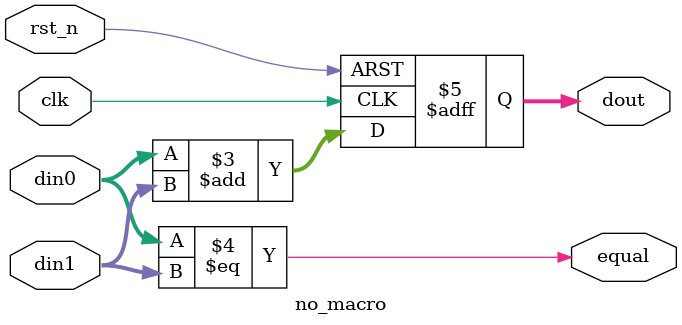
<source format=v>
module no_macro(
  input clk,
  input rst_n,
  input [7:0] din0,
  input [7:0] din1,
  output reg [7:0] dout,
  output equal);


always @ (posedge clk or negedge rst_n) begin
  if (~rst_n)
    dout <= 8'd0;
  else
    dout <= din0 + din1;
end

assign equal = (din0 == din1);

endmodule

</source>
